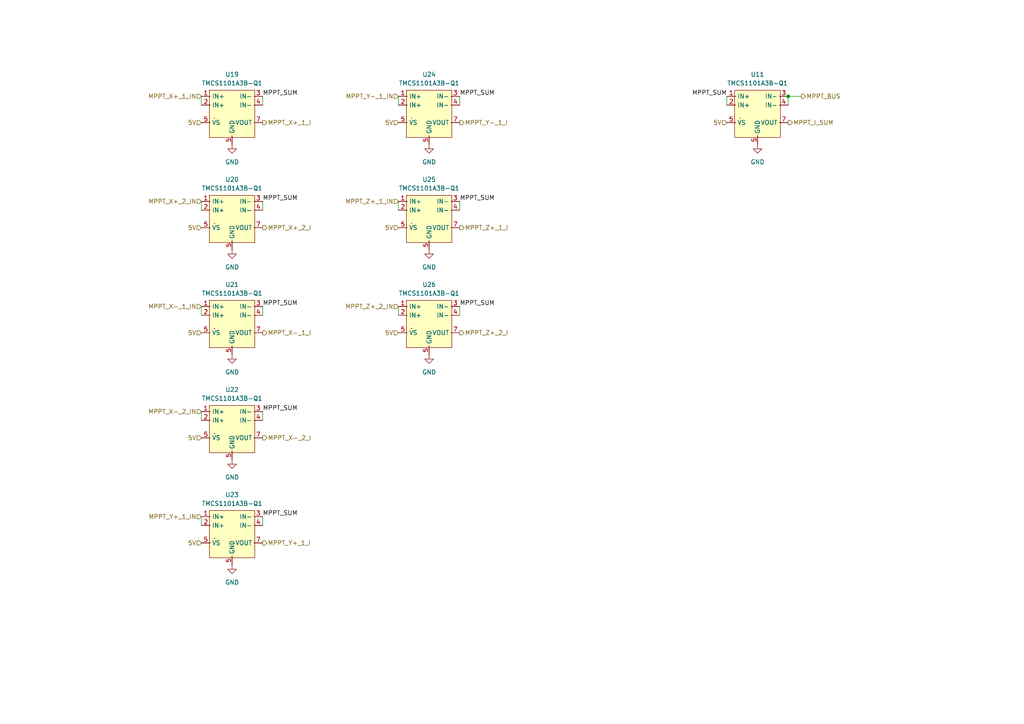
<source format=kicad_sch>
(kicad_sch (version 20211123) (generator eeschema)
  (paper "A4")
  (lib_symbols
    (symbol "STS_Sensor_Current:TMCS1101Q1"
      (property "Reference" "U" (at 0 9.144 0))
      (property "Value" "TMCS1101Q1" (at 0 7.112 0))
      (symbol "TMCS1101Q1_0_1"
        (rectangle (start -6.604 5.588) (end 6.604 -8.128) (fill (type background)))
        (rectangle (start -5.08 -2.54) (end -5.08 -2.54))
        (rectangle (start -5.08 -2.54) (end -5.08 -2.54))
        (rectangle (start -5.08 -2.54) (end -5.08 -2.54))
        (rectangle (start -5.08 -2.54) (end -5.08 -2.54))
        (rectangle (start -5.08 -2.54) (end -5.08 -2.54))
        (rectangle (start -5.08 -2.54) (end -5.08 -2.54))
        (rectangle (start -5.08 -2.54) (end -5.08 -2.54))
        (rectangle (start -5.08 -2.54) (end -5.08 -2.54))
        (rectangle (start -5.08 -2.54) (end -5.08 -2.54))
        (rectangle (start -5.08 -2.54) (end -5.08 -2.54))
        (rectangle (start -5.08 -2.54) (end -5.08 -2.54))
        (rectangle (start -5.08 -2.54) (end -5.08 -2.54))
        (rectangle (start -5.08 -2.54) (end -5.08 -2.54))
        (rectangle (start -5.08 -2.54) (end -5.08 -2.54))
        (rectangle (start -5.08 -2.54) (end -5.08 -2.54))
        (rectangle (start -5.08 -2.54) (end -5.08 -2.54))
      )
      (symbol "TMCS1101Q1_1_1"
        (pin passive line (at -8.89 3.81 0) (length 2.54) (name "IN+") (number "1"))
        (pin passive line (at -8.89 1.27 0) (length 2.54) (name "IN+") (number "2"))
        (pin passive line (at 8.89 3.81 180) (length 2.54) (name "IN-") (number "3"))
        (pin passive line (at 8.89 1.27 180) (length 2.54) (name "IN-") (number "4"))
        (pin passive line (at 0 -10.16 90) (length 2.54) (name "GND") (number "5"))
        (pin passive line (at -8.89 -3.81 0) (length 2.54) (name "VS") (number "5"))
        (pin passive line (at 0 -10.16 90) (length 2.54) hide (name "NC") (number "6"))
        (pin passive line (at 8.89 -3.81 180) (length 2.54) (name "VOUT") (number "7"))
      )
    )
    (symbol "power:GND" (power) (pin_names (offset 0))
      (property "Value" "GND" (at 0 -3.81 0))
      (symbol "GND_0_1"
        (polyline (pts (xy 0 0) (xy 0 -1.27) (xy 1.27 -1.27) (xy 0 -2.54) (xy -1.27 -1.27) (xy 0 -1.27)))
      )
      (symbol "GND_1_1"
        (pin power_in line (at 0 0 270) (length 0) hide (name "GND") (number "1"))
      )
    )
  )
  (junction (at 228.6 27.94))
  (wire (pts (xy 58.42 119.38) (xy 58.42 121.92)))
  (wire (pts (xy 76.2 149.86) (xy 76.2 152.4)))
  (wire (pts (xy 76.2 88.9) (xy 76.2 91.44)))
  (wire (pts (xy 228.6 27.94) (xy 232.41 27.94)))
  (wire (pts (xy 210.82 27.94) (xy 210.82 30.48)))
  (wire (pts (xy 133.35 88.9) (xy 133.35 91.44)))
  (wire (pts (xy 58.42 58.42) (xy 58.42 60.96)))
  (wire (pts (xy 76.2 119.38) (xy 76.2 121.92)))
  (wire (pts (xy 58.42 27.94) (xy 58.42 30.48)))
  (wire (pts (xy 58.42 88.9) (xy 58.42 91.44)))
  (wire (pts (xy 115.57 58.42) (xy 115.57 60.96)))
  (wire (pts (xy 76.2 58.42) (xy 76.2 60.96)))
  (wire (pts (xy 115.57 88.9) (xy 115.57 91.44)))
  (wire (pts (xy 76.2 27.94) (xy 76.2 30.48)))
  (wire (pts (xy 115.57 27.94) (xy 115.57 30.48)))
  (wire (pts (xy 58.42 149.86) (xy 58.42 152.4)))
  (wire (pts (xy 133.35 58.42) (xy 133.35 60.96)))
  (wire (pts (xy 228.6 27.94) (xy 228.6 30.48)))
  (wire (pts (xy 133.35 27.94) (xy 133.35 30.48)))
  (label "MPPT_SUM" (at 76.2 27.94 0))
  (label "MPPT_SUM" (at 133.35 58.42 0))
  (label "MPPT_SUM" (at 76.2 88.9 0))
  (label "MPPT_SUM" (at 76.2 58.42 0))
  (label "MPPT_SUM" (at 133.35 27.94 0))
  (label "MPPT_SUM" (at 210.82 27.94 180))
  (label "MPPT_SUM" (at 133.35 88.9 0))
  (label "MPPT_SUM" (at 76.2 149.86 0))
  (label "MPPT_SUM" (at 76.2 119.38 0))
  (hierarchical_label "MPPT_X+_1_IN" (shape input) (at 58.42 27.94 180))
  (hierarchical_label "MPPT_Y-_1_I" (shape output) (at 133.35 35.56 0))
  (hierarchical_label "5V" (shape input) (at 58.42 66.04 180))
  (hierarchical_label "MPPT_Z+_1_I" (shape output) (at 133.35 66.04 0))
  (hierarchical_label "MPPT_Z+_2_I" (shape output) (at 133.35 96.52 0))
  (hierarchical_label "5V" (shape input) (at 58.42 157.48 180))
  (hierarchical_label "MPPT_Y+_1_I" (shape output) (at 76.2 157.48 0))
  (hierarchical_label "MPPT_X+_1_I" (shape output) (at 76.2 35.56 0))
  (hierarchical_label "MPPT_Z+_2_IN" (shape input) (at 115.57 88.9 180))
  (hierarchical_label "MPPT_BUS" (shape output) (at 232.41 27.94 0))
  (hierarchical_label "5V" (shape input) (at 58.42 127 180))
  (hierarchical_label "5V" (shape input) (at 58.42 35.56 180))
  (hierarchical_label "MPPT_X+_2_I" (shape output) (at 76.2 66.04 0))
  (hierarchical_label "MPPT_X-_2_IN" (shape input) (at 58.42 119.38 180))
  (hierarchical_label "5V" (shape input) (at 210.82 35.56 180))
  (hierarchical_label "MPPT_Y-_1_IN" (shape input) (at 115.57 27.94 180))
  (hierarchical_label "5V" (shape input) (at 115.57 96.52 180))
  (hierarchical_label "MPPT_I_SUM" (shape output) (at 228.6 35.56 0))
  (hierarchical_label "MPPT_Z+_1_IN" (shape input) (at 115.57 58.42 180))
  (hierarchical_label "5V" (shape input) (at 115.57 35.56 180))
  (hierarchical_label "5V" (shape input) (at 58.42 96.52 180))
  (hierarchical_label "MPPT_X-_2_I" (shape output) (at 76.2 127 0))
  (hierarchical_label "MPPT_X+_2_IN" (shape input) (at 58.42 58.42 180))
  (hierarchical_label "MPPT_Y+_1_IN" (shape input) (at 58.42 149.86 180))
  (hierarchical_label "5V" (shape input) (at 115.57 66.04 180))
  (hierarchical_label "MPPT_X-_1_IN" (shape input) (at 58.42 88.9 180))
  (hierarchical_label "MPPT_X-_1_I" (shape output) (at 76.2 96.52 0))
  (symbol (lib_id "STS_Sensor_Current:TMCS1101Q1") (at 67.31 92.71 0) (unit 1)
    (property "Reference" "U21" (at 67.31 82.55 0))
    (property "Value" "TMCS1101A3B-Q1" (at 67.31 85.09 0))
    (property "Footprint" "Package_SO:SOIC-8_3.9x4.9mm_P1.27mm" (effects hide))
  )
  (symbol (lib_id "power:GND") (at 67.31 163.83 0) (unit 1)
    (property "Reference" "#PWR076" (effects hide))
    (property "Value" "GND" (at 67.31 168.91 0))
  )
  (symbol (lib_id "STS_Sensor_Current:TMCS1101Q1") (at 124.46 31.75 0) (unit 1)
    (property "Reference" "U24" (at 124.46 21.59 0))
    (property "Value" "TMCS1101A3B-Q1" (at 124.46 24.13 0))
    (property "Footprint" "Package_SO:SOIC-8_3.9x4.9mm_P1.27mm" (effects hide))
  )
  (symbol (lib_id "power:GND") (at 124.46 41.91 0) (unit 1)
    (property "Reference" "#PWR077" (effects hide))
    (property "Value" "GND" (at 124.46 46.99 0))
  )
  (symbol (lib_id "STS_Sensor_Current:TMCS1101Q1") (at 124.46 62.23 0) (unit 1)
    (property "Reference" "U25" (at 124.46 52.07 0))
    (property "Value" "TMCS1101A3B-Q1" (at 124.46 54.61 0))
    (property "Footprint" "Package_SO:SOIC-8_3.9x4.9mm_P1.27mm" (effects hide))
  )
  (symbol (lib_id "STS_Sensor_Current:TMCS1101Q1") (at 67.31 123.19 0) (unit 1)
    (property "Reference" "U22" (at 67.31 113.03 0))
    (property "Value" "TMCS1101A3B-Q1" (at 67.31 115.57 0))
    (property "Footprint" "Package_SO:SOIC-8_3.9x4.9mm_P1.27mm" (effects hide))
  )
  (symbol (lib_id "power:GND") (at 67.31 133.35 0) (unit 1)
    (property "Reference" "#PWR075" (effects hide))
    (property "Value" "GND" (at 67.31 138.43 0))
  )
  (symbol (lib_id "power:GND") (at 124.46 102.87 0) (unit 1)
    (property "Reference" "#PWR079" (effects hide))
    (property "Value" "GND" (at 124.46 107.95 0))
  )
  (symbol (lib_id "power:GND") (at 67.31 102.87 0) (unit 1)
    (property "Reference" "#PWR074" (effects hide))
    (property "Value" "GND" (at 67.31 107.95 0))
  )
  (symbol (lib_id "power:GND") (at 219.71 41.91 0) (unit 1)
    (property "Reference" "#PWR080" (effects hide))
    (property "Value" "GND" (at 219.71 46.99 0))
  )
  (symbol (lib_id "STS_Sensor_Current:TMCS1101Q1") (at 219.71 31.75 0) (unit 1)
    (property "Reference" "U11" (at 219.71 21.59 0))
    (property "Value" "TMCS1101A3B-Q1" (at 219.71 24.13 0))
    (property "Footprint" "Package_SO:SOIC-8_3.9x4.9mm_P1.27mm" (effects hide))
  )
  (symbol (lib_id "STS_Sensor_Current:TMCS1101Q1") (at 124.46 92.71 0) (unit 1)
    (property "Reference" "U26" (at 124.46 82.55 0))
    (property "Value" "TMCS1101A3B-Q1" (at 124.46 85.09 0))
    (property "Footprint" "Package_SO:SOIC-8_3.9x4.9mm_P1.27mm" (effects hide))
  )
  (symbol (lib_id "power:GND") (at 67.31 41.91 0) (unit 1)
    (property "Reference" "#PWR072" (effects hide))
    (property "Value" "GND" (at 67.31 46.99 0))
  )
  (symbol (lib_id "STS_Sensor_Current:TMCS1101Q1") (at 67.31 62.23 0) (unit 1)
    (property "Reference" "U20" (at 67.31 52.07 0))
    (property "Value" "TMCS1101A3B-Q1" (at 67.31 54.61 0))
    (property "Footprint" "Package_SO:SOIC-8_3.9x4.9mm_P1.27mm" (effects hide))
  )
  (symbol (lib_id "STS_Sensor_Current:TMCS1101Q1") (at 67.31 153.67 0) (unit 1)
    (property "Reference" "U23" (at 67.31 143.51 0))
    (property "Value" "TMCS1101A3B-Q1" (at 67.31 146.05 0))
    (property "Footprint" "Package_SO:SOIC-8_3.9x4.9mm_P1.27mm" (effects hide))
  )
  (symbol (lib_id "power:GND") (at 67.31 72.39 0) (unit 1)
    (property "Reference" "#PWR073" (effects hide))
    (property "Value" "GND" (at 67.31 77.47 0))
  )
  (symbol (lib_id "power:GND") (at 124.46 72.39 0) (unit 1)
    (property "Reference" "#PWR078" (effects hide))
    (property "Value" "GND" (at 124.46 77.47 0))
  )
  (symbol (lib_id "STS_Sensor_Current:TMCS1101Q1") (at 67.31 31.75 0) (unit 1)
    (property "Reference" "U19" (at 67.31 21.59 0))
    (property "Value" "TMCS1101A3B-Q1" (at 67.31 24.13 0))
    (property "Footprint" "Package_SO:SOIC-8_3.9x4.9mm_P1.27mm" (effects hide))
  )
)
</source>
